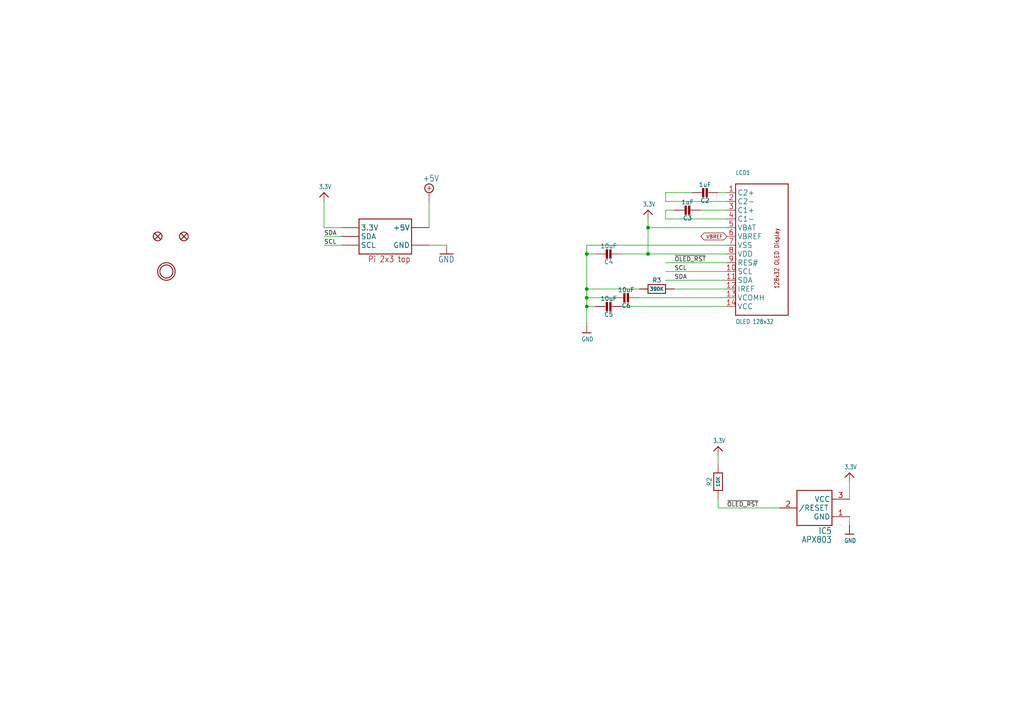
<source format=kicad_sch>
(kicad_sch (version 20250114) (generator "eeschema") (generator_version "9.0")
  (paper "A4")
  (lib_symbols
    (symbol "Adafruit 128x32 Pi OLED-eagle-import:+5V" (power)
      (symbol "+5V_1_0"
        (polyline (pts (xy -0.635 1.27) (xy 0.635 1.27)) (stroke (width 0.1524)))
        (circle (center 0 1.27) (radius 1.27) (stroke (width 0.254)))
        (polyline (pts (xy 0 0.635) (xy 0 1.905)) (stroke (width 0.1524)))
        (pin power_in line (at 0 -2.54 90) (length 2.54) (name "+5V") (number "1"))
      )
    )
    (symbol "Adafruit 128x32 Pi OLED-eagle-import:3.3V" (power)
      (symbol "3.3V_1_0"
        (polyline (pts (xy -1.27 -1.27) (xy 0 0)) (stroke (width 0.254)))
        (polyline (pts (xy 0 0) (xy 1.27 -1.27)) (stroke (width 0.254)))
        (pin power_in line (at 0 -2.54 90) (length 2.54) (name "3.3V") (number "1"))
      )
    )
    (symbol "Adafruit 128x32 Pi OLED-eagle-import:AXP083-SAG"
      (property "Reference" "IC" (at -5.08 -7.62 0))
      (symbol "AXP083-SAG_1_0"
        (polyline (pts (xy -5.08 5.08) (xy 5.08 5.08)) (stroke (width 0.254)))
        (polyline (pts (xy -5.08 -5.08) (xy -5.08 5.08)) (stroke (width 0.254)))
        (polyline (pts (xy 5.08 5.08) (xy 5.08 -5.08)) (stroke (width 0.254)))
        (polyline (pts (xy 5.08 -5.08) (xy -5.08 -5.08)) (stroke (width 0.254)))
        (pin power_in line (at -10.16 2.54 0) (length 5.08) (name "VCC") (number "3"))
        (pin power_in line (at -10.16 -2.54 0) (length 5.08) (name "GND") (number "1"))
        (pin output line (at 10.16 0 180) (length 5.08) (name "/RESET") (number "2"))
      )
    )
    (symbol "Adafruit 128x32 Pi OLED-eagle-import:CAP_CERAMIC0805-NOOUTLINE"
      (property "Reference" "C" (at -2.29 1.25 90))
      (symbol "CAP_CERAMIC0805-NOOUTLINE_1_0"
        (rectangle (start -1.27 1.524) (end 1.27 2.032) (fill (type outline)))
        (rectangle (start -1.27 0.508) (end 1.27 1.016) (fill (type outline)))
        (polyline (pts (xy 0 2.54) (xy 0 1.778)) (stroke (width 0.1524)))
        (polyline (pts (xy 0 0.762) (xy 0 0)) (stroke (width 0.1524)))
        (pin passive line (at 0 5.08 270) (length 2.54) (name "1") (number "1"))
        (pin passive line (at 0 -2.54 90) (length 2.54) (name "2") (number "2"))
      )
    )
    (symbol "Adafruit 128x32 Pi OLED-eagle-import:DISP_OLED_UG-2832HSWEG02"
      (property "Reference" "LCD" (at -7.62 22.86 0))
      (symbol "DISP_OLED_UG-2832HSWEG02_1_0"
        (polyline (pts (xy -7.62 20.32) (xy -7.62 -17.78)) (stroke (width 0.254)))
        (polyline (pts (xy -7.62 -17.78) (xy 7.62 -17.78)) (stroke (width 0.254)))
        (polyline (pts (xy 7.62 20.32) (xy -7.62 20.32)) (stroke (width 0.254)))
        (polyline (pts (xy 7.62 -17.78) (xy 7.62 20.32)) (stroke (width 0.254)))
        (text "128x32 OLED Display" (at 5.08 -10.16 900) (effects (font (size 1.27 1.0795)) (justify left bottom)))
        (pin bidirectional line (at -10.16 17.78 0) (length 2.54) (name "C2+") (number "1"))
        (pin bidirectional line (at -10.16 15.24 0) (length 2.54) (name "C2-") (number "2"))
        (pin bidirectional line (at -10.16 12.7 0) (length 2.54) (name "C1+") (number "3"))
        (pin bidirectional line (at -10.16 10.16 0) (length 2.54) (name "C1-") (number "4"))
        (pin power_in line (at -10.16 7.62 0) (length 2.54) (name "VBAT") (number "5"))
        (pin power_in line (at -10.16 5.08 0) (length 2.54) (name "VBREF") (number "6"))
        (pin power_in line (at -10.16 2.54 0) (length 2.54) (name "VSS") (number "7"))
        (pin power_in line (at -10.16 0 0) (length 2.54) (name "VDD") (number "8"))
        (pin bidirectional line (at -10.16 -2.54 0) (length 2.54) (name "RES#") (number "9"))
        (pin bidirectional line (at -10.16 -5.08 0) (length 2.54) (name "SCL") (number "10"))
        (pin bidirectional line (at -10.16 -7.62 0) (length 2.54) (name "SDA") (number "11"))
        (pin bidirectional line (at -10.16 -10.16 0) (length 2.54) (name "IREF") (number "12"))
        (pin power_in line (at -10.16 -12.7 0) (length 2.54) (name "VCOMH") (number "13"))
        (pin power_in line (at -10.16 -15.24 0) (length 2.54) (name "VCC") (number "14"))
      )
    )
    (symbol "Adafruit 128x32 Pi OLED-eagle-import:FIDUCIAL_1MM"
      (symbol "FIDUCIAL_1MM_1_0"
        (polyline (pts (xy -0.762 0.762) (xy 0.762 -0.762)) (stroke (width 0.254)))
        (circle (center 0 0) (radius 1.27) (stroke (width 0.254)))
        (polyline (pts (xy 0.762 0.762) (xy -0.762 -0.762)) (stroke (width 0.254)))
      )
    )
    (symbol "Adafruit 128x32 Pi OLED-eagle-import:GND" (power)
      (symbol "GND_1_0"
        (polyline (pts (xy -1.27 0) (xy 1.27 0)) (stroke (width 0.254)))
        (pin power_in line (at 0 2.54 270) (length 2.54) (name "GND") (number "1"))
      )
    )
    (symbol "Adafruit 128x32 Pi OLED-eagle-import:MOUNTINGHOLE3.0THIN"
      (symbol "MOUNTINGHOLE3.0THIN_1_0"
        (circle (center 0 0) (radius 1.905) (stroke (width 0.254)))
        (circle (center 0 0) (radius 2.54) (stroke (width 0.254)))
      )
    )
    (symbol "Adafruit 128x32 Pi OLED-eagle-import:RASPBERRYPI_2X3"
      (symbol "RASPBERRYPI_2X3_1_0"
        (polyline (pts (xy -7.62 5.08) (xy 7.62 5.08)) (stroke (width 0.254)))
        (polyline (pts (xy -7.62 -5.08) (xy -7.62 5.08)) (stroke (width 0.254)))
        (polyline (pts (xy 7.62 5.08) (xy 7.62 -5.08)) (stroke (width 0.254)))
        (polyline (pts (xy 7.62 -5.08) (xy -7.62 -5.08)) (stroke (width 0.254)))
        (text "Pi 2x3 top" (at -5.08 -7.62 0) (effects (font (size 1.778 1.5113)) (justify left bottom)))
        (pin bidirectional line (at -12.7 2.54 0) (length 5.08) (name "3.3V") (number "1"))
        (pin bidirectional line (at -12.7 2.54 0) (length 5.08) (name "3.3V") (number "1'"))
        (pin bidirectional line (at -12.7 0 0) (length 5.08) (name "SDA") (number "3"))
        (pin bidirectional line (at -12.7 0 0) (length 5.08) (name "SDA") (number "3'"))
        (pin bidirectional line (at -12.7 -2.54 0) (length 5.08) (name "SCL") (number "5"))
        (pin bidirectional line (at -12.7 -2.54 0) (length 5.08) (name "SCL") (number "5'"))
        (pin bidirectional line (at 12.7 2.54 180) (length 5.08) (name "+5V") (number "2"))
        (pin bidirectional line (at 12.7 2.54 180) (length 5.08) (name "+5V") (number "2'"))
        (pin bidirectional line (at 12.7 2.54 180) (length 5.08) (name "+5V") (number "4"))
        (pin bidirectional line (at 12.7 2.54 180) (length 5.08) (name "+5V") (number "4'"))
        (pin bidirectional line (at 12.7 -2.54 180) (length 5.08) (name "GND") (number "6"))
        (pin bidirectional line (at 12.7 -2.54 180) (length 5.08) (name "GND") (number "6'"))
      )
    )
    (symbol "Adafruit 128x32 Pi OLED-eagle-import:RESISTOR0805_NOOUTLINE"
      (property "Reference" "R" (at 0 2.54 0))
      (symbol "RESISTOR0805_NOOUTLINE_1_0"
        (polyline (pts (xy -2.54 1.27) (xy 2.54 1.27)) (stroke (width 0.254)))
        (polyline (pts (xy -2.54 -1.27) (xy -2.54 1.27)) (stroke (width 0.254)))
        (polyline (pts (xy 2.54 1.27) (xy 2.54 -1.27)) (stroke (width 0.254)))
        (polyline (pts (xy 2.54 -1.27) (xy -2.54 -1.27)) (stroke (width 0.254)))
        (pin passive line (at -5.08 0 0) (length 2.54) (name "1") (number "1"))
        (pin passive line (at 5.08 0 180) (length 2.54) (name "2") (number "2"))
      )
    )
    (symbol "Adafruit 128x32 Pi OLED-eagle-import:supply1_GND" (power)
      (symbol "supply1_GND_1_0"
        (polyline (pts (xy -1.905 0) (xy 1.905 0)) (stroke (width 0.254)))
        (pin power_in line (at 0 2.54 270) (length 2.54) (name "GND") (number "1"))
      )
    )
  )
  (junction (at 170.18 83.82))
  (junction (at 170.18 86.36))
  (junction (at 187.96 73.66))
  (junction (at 170.18 73.66))
  (junction (at 187.96 66.04))
  (junction (at 170.18 88.9))
  (wire (pts (xy 210.82 55.88) (xy 208.28 55.88)) (stroke (width 0.1524)))
  (wire (pts (xy 187.96 73.66) (xy 180.34 73.66)) (stroke (width 0.1524)))
  (wire (pts (xy 124.46 58.42) (xy 124.46 66.04)) (stroke (width 0.1524)))
  (wire (pts (xy 193.04 55.88) (xy 193.04 58.42)) (stroke (width 0.1524)))
  (wire (pts (xy 170.18 86.36) (xy 170.18 88.9)) (stroke (width 0.1524)))
  (wire (pts (xy 195.58 60.96) (xy 193.04 60.96)) (stroke (width 0.1524)))
  (wire (pts (xy 210.82 81.28) (xy 193.04 81.28)) (stroke (width 0.1524)))
  (wire (pts (xy 177.8 86.36) (xy 170.18 86.36)) (stroke (width 0.1524)))
  (wire (pts (xy 187.96 63.5) (xy 187.96 66.04)) (stroke (width 0.1524)))
  (wire (pts (xy 210.82 86.36) (xy 185.42 86.36)) (stroke (width 0.1524)))
  (wire (pts (xy 124.46 71.12) (xy 129.54 71.12)) (stroke (width 0.1524)))
  (wire (pts (xy 200.66 55.88) (xy 193.04 55.88)) (stroke (width 0.1524)))
  (wire (pts (xy 246.38 149.86) (xy 246.38 152.4)) (stroke (width 0.1524)))
  (wire (pts (xy 226.06 147.32) (xy 208.28 147.32)) (stroke (width 0.1524)))
  (wire (pts (xy 93.98 66.04) (xy 93.98 58.42)) (stroke (width 0.1524)))
  (wire (pts (xy 210.82 73.66) (xy 187.96 73.66)) (stroke (width 0.1524)))
  (wire (pts (xy 170.18 88.9) (xy 170.18 93.98)) (stroke (width 0.1524)))
  (wire (pts (xy 246.38 144.78) (xy 246.38 139.7)) (stroke (width 0.1524)))
  (wire (pts (xy 208.28 147.32) (xy 208.28 144.78)) (stroke (width 0.1524)))
  (wire (pts (xy 170.18 71.12) (xy 170.18 73.66)) (stroke (width 0.1524)))
  (wire (pts (xy 210.82 60.96) (xy 203.2 60.96)) (stroke (width 0.1524)))
  (wire (pts (xy 210.82 71.12) (xy 170.18 71.12)) (stroke (width 0.1524)))
  (wire (pts (xy 172.72 88.9) (xy 170.18 88.9)) (stroke (width 0.1524)))
  (wire (pts (xy 187.96 66.04) (xy 187.96 73.66)) (stroke (width 0.1524)))
  (wire (pts (xy 172.72 73.66) (xy 170.18 73.66)) (stroke (width 0.1524)))
  (wire (pts (xy 170.18 83.82) (xy 170.18 86.36)) (stroke (width 0.1524)))
  (wire (pts (xy 99.06 66.04) (xy 93.98 66.04)) (stroke (width 0.1524)))
  (wire (pts (xy 170.18 73.66) (xy 170.18 83.82)) (stroke (width 0.1524)))
  (wire (pts (xy 193.04 60.96) (xy 193.04 63.5)) (stroke (width 0.1524)))
  (wire (pts (xy 93.98 71.12) (xy 99.06 71.12)) (stroke (width 0.1524)))
  (wire (pts (xy 210.82 66.04) (xy 187.96 66.04)) (stroke (width 0.1524)))
  (wire (pts (xy 210.82 88.9) (xy 180.34 88.9)) (stroke (width 0.1524)))
  (wire (pts (xy 99.06 68.58) (xy 93.98 68.58)) (stroke (width 0.1524)))
  (wire (pts (xy 193.04 58.42) (xy 210.82 58.42)) (stroke (width 0.1524)))
  (wire (pts (xy 185.42 83.82) (xy 170.18 83.82)) (stroke (width 0.1524)))
  (wire (pts (xy 208.28 134.62) (xy 208.28 132.08)) (stroke (width 0.1524)))
  (wire (pts (xy 210.82 76.2) (xy 193.04 76.2)) (stroke (width 0.1524)))
  (wire (pts (xy 210.82 83.82) (xy 195.58 83.82)) (stroke (width 0.1524)))
  (wire (pts (xy 210.82 78.74) (xy 193.04 78.74)) (stroke (width 0.1524)))
  (wire (pts (xy 193.04 63.5) (xy 210.82 63.5)) (stroke (width 0.1524)))
  (label "~{OLED_RST}" (at 210.82 147.32 0) (effects (font (size 1.2446 1.2446))))
  (label "SDA" (at 195.58 81.28 0) (effects (font (size 1.2446 1.2446))))
  (label "~{OLED_RST}" (at 195.58 76.2 0) (effects (font (size 1.2446 1.2446))))
  (label "SCL" (at 93.98 71.12 0) (effects (font (size 1.2446 1.2446))))
  (label "SDA" (at 93.98 68.58 0) (effects (font (size 1.2446 1.2446))))
  (label "SCL" (at 195.58 78.74 0) (effects (font (size 1.2446 1.2446))))
  (global_label "VBREF" (shape bidirectional) (at 210.82 68.58 180) (effects (font (size 1.016 1.016))) (property "Intersheetrefs" "${INTERSHEET_REFS}" (effects (hide yes))))
  (symbol (lib_id "Adafruit 128x32 Pi OLED-eagle-import:RASPBERRYPI_2X3") (at 111.76 68.58 0) (unit 1)
    (property "Reference" "RPI1" (effects (hide yes)))
    (property "Value" "RASPBERRYPI_2X3" (effects (hide yes)))
    (property "Footprint" "Adafruit 128x32 Pi OLED:RASPBERRYPI_2X3_THMSMT" (effects (hide yes)))
  )
  (symbol (lib_id "Adafruit 128x32 Pi OLED-eagle-import:3.3V") (at 187.96 60.96 0) (unit 1)
    (property "Reference" "#U$7" (effects (hide yes)))
    (property "Value" "3.3V" (at 186.436 59.944 0) (effects (font (size 1.27 1.0795)) (justify left bottom)))
  )
  (symbol (lib_id "Adafruit 128x32 Pi OLED-eagle-import:CAP_CERAMIC0805-NOOUTLINE") (at 177.8 88.9 90) (unit 1)
    (property "Reference" "C5" (at 176.55 91.19 90))
    (property "Value" "10uF" (at 176.55 86.6 90))
    (property "Footprint" "Adafruit 128x32 Pi OLED:0805-NO" (effects (hide yes)))
  )
  (symbol (lib_id "Adafruit 128x32 Pi OLED-eagle-import:GND") (at 246.38 154.94 0) (unit 1)
    (property "Reference" "#U$17" (effects (hide yes)))
    (property "Value" "GND" (at 244.856 157.48 0) (effects (font (size 1.27 1.0795)) (justify left bottom)))
  )
  (symbol (lib_id "Adafruit 128x32 Pi OLED-eagle-import:CAP_CERAMIC0805-NOOUTLINE") (at 205.74 55.88 90) (unit 1)
    (property "Reference" "C2" (at 204.49 58.17 90))
    (property "Value" "1uF" (at 204.49 53.58 90))
    (property "Footprint" "Adafruit 128x32 Pi OLED:0805-NO" (effects (hide yes)))
  )
  (symbol (lib_id "Adafruit 128x32 Pi OLED-eagle-import:3.3V") (at 93.98 55.88 0) (unit 1)
    (property "Reference" "#U$5" (effects (hide yes)))
    (property "Value" "3.3V" (at 92.456 54.864 0) (effects (font (size 1.27 1.0795)) (justify left bottom)))
  )
  (symbol (lib_id "Adafruit 128x32 Pi OLED-eagle-import:CAP_CERAMIC0805-NOOUTLINE") (at 177.8 73.66 90) (unit 1)
    (property "Reference" "C4" (at 176.55 75.95 90))
    (property "Value" "10uF" (at 176.55 71.36 90))
    (property "Footprint" "Adafruit 128x32 Pi OLED:0805-NO" (effects (hide yes)))
  )
  (symbol (lib_id "Adafruit 128x32 Pi OLED-eagle-import:+5V") (at 124.46 55.88 0) (unit 1)
    (property "Reference" "#SUPPLY1" (effects (hide yes)))
    (property "Value" "+5V" (at 122.555 52.705 0) (effects (font (size 1.778 1.5113)) (justify left bottom)))
  )
  (symbol (lib_id "Adafruit 128x32 Pi OLED-eagle-import:DISP_OLED_UG-2832HSWEG02") (at 220.98 73.66 0) (unit 1)
    (property "Reference" "LCD1" (at 213.36 50.8 0) (effects (font (size 1.27 1.0795)) (justify left bottom)))
    (property "Value" "OLED 128x32" (at 213.36 93.98 0) (effects (font (size 1.27 1.0795)) (justify left bottom)))
    (property "Footprint" "Adafruit 128x32 Pi OLED:UG-2832HSWEG02_WRAPUNDER" (effects (hide yes)))
  )
  (symbol (lib_id "Adafruit 128x32 Pi OLED-eagle-import:FIDUCIAL_1MM") (at 53.34 68.58 0) (unit 1)
    (property "Reference" "FID4" (effects (hide yes)))
    (property "Value" "FIDUCIAL_1MM" (effects (hide yes)))
    (property "Footprint" "Adafruit 128x32 Pi OLED:FIDUCIAL_1MM" (effects (hide yes)))
  )
  (symbol (lib_id "Adafruit 128x32 Pi OLED-eagle-import:FIDUCIAL_1MM") (at 45.72 68.58 0) (unit 1)
    (property "Reference" "FID3" (effects (hide yes)))
    (property "Value" "FIDUCIAL_1MM" (effects (hide yes)))
    (property "Footprint" "Adafruit 128x32 Pi OLED:FIDUCIAL_1MM" (effects (hide yes)))
  )
  (symbol (lib_id "Adafruit 128x32 Pi OLED-eagle-import:3.3V") (at 208.28 129.54 0) (unit 1)
    (property "Reference" "#U$21" (effects (hide yes)))
    (property "Value" "3.3V" (at 206.756 128.524 0) (effects (font (size 1.27 1.0795)) (justify left bottom)))
  )
  (symbol (lib_id "Adafruit 128x32 Pi OLED-eagle-import:AXP083-SAG") (at 236.22 147.32 0) (mirror y) (unit 1)
    (property "Reference" "IC5" (at 241.3 154.94 0) (effects (font (size 1.778 1.5113)) (justify left bottom)))
    (property "Value" "APX803" (at 241.3 157.48 0) (effects (font (size 1.778 1.5113)) (justify left bottom)))
    (property "Footprint" "Adafruit 128x32 Pi OLED:SOT23" (effects (hide yes)))
  )
  (symbol (lib_id "Adafruit 128x32 Pi OLED-eagle-import:supply1_GND") (at 129.54 73.66 0) (unit 1)
    (property "Reference" "#GND3" (effects (hide yes)))
    (property "Value" "GND" (at 127 76.2 0) (effects (font (size 1.778 1.5113)) (justify left bottom)))
  )
  (symbol (lib_id "Adafruit 128x32 Pi OLED-eagle-import:3.3V") (at 246.38 137.16 0) (unit 1)
    (property "Reference" "#U$31" (effects (hide yes)))
    (property "Value" "3.3V" (at 244.856 136.144 0) (effects (font (size 1.27 1.0795)) (justify left bottom)))
  )
  (symbol (lib_id "Adafruit 128x32 Pi OLED-eagle-import:CAP_CERAMIC0805-NOOUTLINE") (at 200.66 60.96 90) (unit 1)
    (property "Reference" "C3" (at 199.41 63.25 90))
    (property "Value" "1uF" (at 199.41 58.66 90))
    (property "Footprint" "Adafruit 128x32 Pi OLED:0805-NO" (effects (hide yes)))
  )
  (symbol (lib_id "Adafruit 128x32 Pi OLED-eagle-import:RESISTOR0805_NOOUTLINE") (at 208.28 139.7 90) (unit 1)
    (property "Reference" "R2" (at 205.74 139.7 0))
    (property "Value" "10K" (at 208.28 139.7 0) (effects (font (size 1.016 1.016) (thickness 0.2032) (bold yes))))
    (property "Footprint" "Adafruit 128x32 Pi OLED:0805-NO" (effects (hide yes)))
  )
  (symbol (lib_id "Adafruit 128x32 Pi OLED-eagle-import:MOUNTINGHOLE3.0THIN") (at 48.26 78.74 0) (unit 1)
    (property "Reference" "U$4" (effects (hide yes)))
    (property "Value" "MOUNTINGHOLE3.0THIN" (effects (hide yes)))
    (property "Footprint" "Adafruit 128x32 Pi OLED:MOUNTINGHOLE_3.0_PLATEDTHIN" (effects (hide yes)))
  )
  (symbol (lib_id "Adafruit 128x32 Pi OLED-eagle-import:CAP_CERAMIC0805-NOOUTLINE") (at 182.88 86.36 90) (unit 1)
    (property "Reference" "C6" (at 181.63 88.65 90))
    (property "Value" "10uF" (at 181.63 84.06 90))
    (property "Footprint" "Adafruit 128x32 Pi OLED:0805-NO" (effects (hide yes)))
  )
  (symbol (lib_id "Adafruit 128x32 Pi OLED-eagle-import:GND") (at 170.18 96.52 0) (unit 1)
    (property "Reference" "#U$6" (effects (hide yes)))
    (property "Value" "GND" (at 168.656 99.06 0) (effects (font (size 1.27 1.0795)) (justify left bottom)))
  )
  (symbol (lib_id "Adafruit 128x32 Pi OLED-eagle-import:RESISTOR0805_NOOUTLINE") (at 190.5 83.82 0) (unit 1)
    (property "Reference" "R3" (at 190.5 81.28 0))
    (property "Value" "390K" (at 190.5 83.82 0) (effects (font (size 1.016 1.016) (thickness 0.2032) (bold yes))))
    (property "Footprint" "Adafruit 128x32 Pi OLED:0805-NO" (effects (hide yes)))
  )
)
</source>
